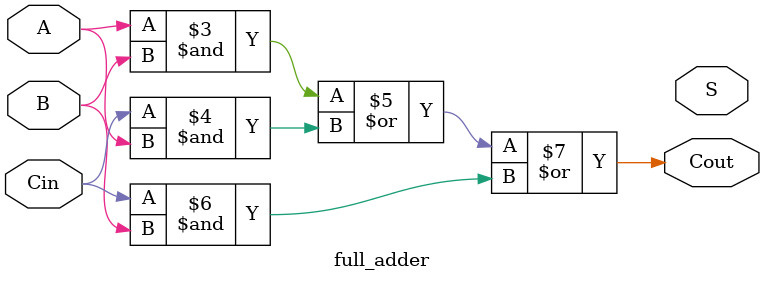
<source format=v>
module rippleCarry (
	input [3:0]A,B,
	input Cin,
	output [3:0]Sum, 
	output Cout
	);
	
	full_adder a1(A[0], B[0], Cin,   Sum[0], cout0);
	full_adder a2(A[1], B[1], cout0, Sum[1], cout1);
	full_adder a3(A[2], B[2], cout1, Sum[2], cout2);
	full_adder a4(A[3], B[3], cout2, Sum[3], Cout);
endmodule

module full_adder(
	input A,B,Cin,
	output S,Cout
	);
	assign Sum = (A ^ B) ^ Cin;
	assign Cout = (A & B) | (Cin & A) | (Cin & B);
endmodule

</source>
